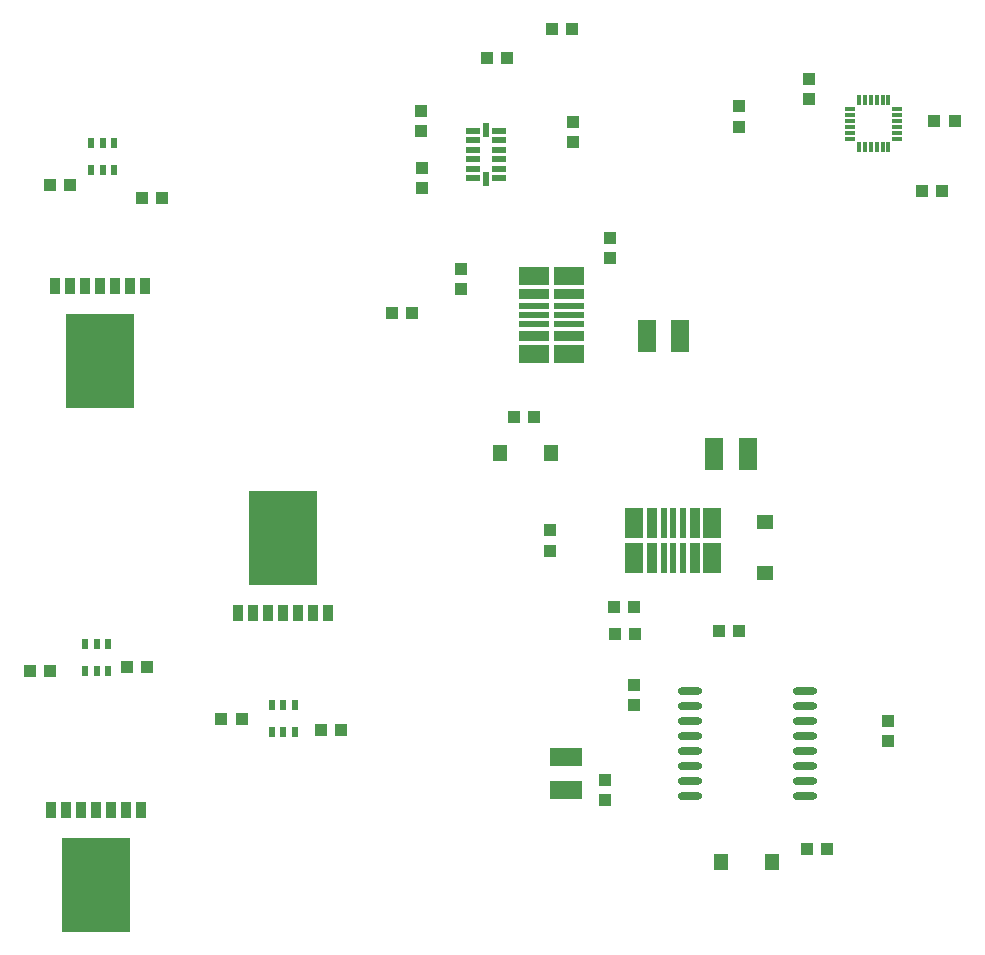
<source format=gtp>
%FSLAX44Y44*%
%MOMM*%
G71*
G01*
G75*
G04 Layer_Color=8421504*
%ADD10R,5.8166X8.0010*%
%ADD11R,0.8128X1.4224*%
%ADD12R,1.1176X1.0160*%
%ADD13R,1.0160X1.1176*%
%ADD14R,0.5080X1.2192*%
%ADD15R,1.2192X0.5080*%
%ADD16R,1.2700X1.4732*%
%ADD17R,2.5500X1.5500*%
%ADD18R,2.5500X0.9500*%
%ADD19R,2.5500X0.5500*%
%ADD20R,0.6096X0.9144*%
%ADD21R,1.6002X2.7178*%
%ADD22R,1.4732X1.2700*%
%ADD23O,2.0500X0.7000*%
%ADD24R,1.5500X2.5500*%
%ADD25R,0.9500X2.5500*%
%ADD26R,0.5500X2.5500*%
%ADD27R,2.7178X1.6002*%
%ADD28R,0.8128X0.3048*%
%ADD29R,0.3048X0.8128*%
%ADD30C,0.1524*%
%ADD31C,0.8000*%
%ADD32C,0.2540*%
%ADD33C,0.1540*%
%ADD34R,1.0080X1.0080*%
%ADD35C,1.5000*%
%ADD36C,1.5240*%
%ADD37C,0.5000*%
%ADD38C,6.3500*%
%ADD39P,1.3205X8X112.5*%
%ADD40R,1.2200X1.2200*%
%ADD41P,1.3205X8X22.5*%
%ADD42R,1.2200X1.2200*%
%ADD43C,1.2700*%
%ADD44C,1.0160*%
%ADD45C,1.9160*%
G04:AMPARAMS|DCode=46|XSize=2.424mm|YSize=2.424mm|CornerRadius=0mm|HoleSize=0mm|Usage=FLASHONLY|Rotation=0.000|XOffset=0mm|YOffset=0mm|HoleType=Round|Shape=Relief|Width=0.254mm|Gap=0.254mm|Entries=4|*
%AMTHD46*
7,0,0,2.4240,1.9160,0.2540,45*
%
%ADD46THD46*%
%ADD47C,1.7780*%
G04:AMPARAMS|DCode=48|XSize=2.286mm|YSize=2.286mm|CornerRadius=0mm|HoleSize=0mm|Usage=FLASHONLY|Rotation=0.000|XOffset=0mm|YOffset=0mm|HoleType=Round|Shape=Relief|Width=0.254mm|Gap=0.254mm|Entries=4|*
%AMTHD48*
7,0,0,2.2860,1.7780,0.2540,45*
%
%ADD48THD48*%
%ADD49C,1.5160*%
G04:AMPARAMS|DCode=50|XSize=4.699mm|YSize=4.699mm|CornerRadius=0mm|HoleSize=0mm|Usage=FLASHONLY|Rotation=0.000|XOffset=0mm|YOffset=0mm|HoleType=Round|Shape=Relief|Width=0.254mm|Gap=0.254mm|Entries=4|*
%AMTHD50*
7,0,0,4.6990,4.1910,0.2540,45*
%
%ADD50THD50*%
G04:AMPARAMS|DCode=51|XSize=4.724mm|YSize=4.724mm|CornerRadius=0mm|HoleSize=0mm|Usage=FLASHONLY|Rotation=0.000|XOffset=0mm|YOffset=0mm|HoleType=Round|Shape=Relief|Width=0.254mm|Gap=0.254mm|Entries=4|*
%AMTHD51*
7,0,0,4.7240,4.2160,0.2540,45*
%
%ADD51THD51*%
%ADD52C,1.8160*%
%ADD53C,1.7272*%
G04:AMPARAMS|DCode=54|XSize=2.2352mm|YSize=2.2352mm|CornerRadius=0mm|HoleSize=0mm|Usage=FLASHONLY|Rotation=0.000|XOffset=0mm|YOffset=0mm|HoleType=Round|Shape=Relief|Width=0.254mm|Gap=0.254mm|Entries=4|*
%AMTHD54*
7,0,0,2.2352,1.7272,0.2540,45*
%
%ADD54THD54*%
D10*
X13028Y-861852D02*
D03*
X171310Y-568270D02*
D03*
X16402Y-418250D02*
D03*
D11*
X-25072Y-798352D02*
D03*
X-12372D02*
D03*
X328D02*
D03*
X13028D02*
D03*
X25728D02*
D03*
X38428D02*
D03*
X51128D02*
D03*
X209410Y-631770D02*
D03*
X196710D02*
D03*
X184010D02*
D03*
X171310D02*
D03*
X158610D02*
D03*
X145910D02*
D03*
X133210D02*
D03*
X-21698Y-354750D02*
D03*
X-8998D02*
D03*
X3702D02*
D03*
X16402D02*
D03*
X29102D02*
D03*
X41802D02*
D03*
X54502D02*
D03*
D12*
X728980Y-274574D02*
D03*
X711844D02*
D03*
X383794Y-465836D02*
D03*
X366658D02*
D03*
X360680Y-161798D02*
D03*
X343544D02*
D03*
X415798Y-136906D02*
D03*
X398662D02*
D03*
X540004Y-646430D02*
D03*
X557140D02*
D03*
X468122Y-626110D02*
D03*
X450986D02*
D03*
X468884Y-649478D02*
D03*
X451748D02*
D03*
X68580Y-280162D02*
D03*
X51444D02*
D03*
X-26670Y-269494D02*
D03*
X-9534D02*
D03*
X55880Y-677418D02*
D03*
X38744D02*
D03*
X-43180Y-680974D02*
D03*
X-26044D02*
D03*
X220082Y-730504D02*
D03*
X202946D02*
D03*
X118872Y-721360D02*
D03*
X136008D02*
D03*
X631444Y-831342D02*
D03*
X614308D02*
D03*
X280162Y-377952D02*
D03*
X263026D02*
D03*
X739648Y-215138D02*
D03*
X722512D02*
D03*
D13*
X416814Y-232918D02*
D03*
Y-215782D02*
D03*
X288036Y-223520D02*
D03*
Y-206384D02*
D03*
X288544Y-254508D02*
D03*
Y-271644D02*
D03*
X443992Y-772668D02*
D03*
Y-789804D02*
D03*
X396748Y-561594D02*
D03*
Y-578730D02*
D03*
X321310Y-357632D02*
D03*
Y-340496D02*
D03*
X448056Y-314198D02*
D03*
Y-331334D02*
D03*
X468122Y-692150D02*
D03*
Y-709286D02*
D03*
X683260Y-722884D02*
D03*
Y-740020D02*
D03*
X557022Y-202692D02*
D03*
Y-219828D02*
D03*
X616204Y-179578D02*
D03*
Y-196714D02*
D03*
D14*
X342646Y-264414D02*
D03*
Y-222332D02*
D03*
D15*
X353646Y-263414D02*
D03*
Y-255414D02*
D03*
Y-247414D02*
D03*
Y-239350D02*
D03*
Y-231222D02*
D03*
Y-223348D02*
D03*
X331470D02*
D03*
Y-231222D02*
D03*
Y-239350D02*
D03*
Y-247414D02*
D03*
Y-255414D02*
D03*
Y-263414D02*
D03*
D16*
X354838Y-496316D02*
D03*
X397928D02*
D03*
X585216Y-842772D02*
D03*
X542126D02*
D03*
D17*
X383526Y-412222D02*
D03*
X413526Y-346222D02*
D03*
Y-412222D02*
D03*
X383526Y-346222D02*
D03*
D18*
Y-361222D02*
D03*
Y-397222D02*
D03*
X413526D02*
D03*
Y-361222D02*
D03*
D19*
X383526Y-371222D02*
D03*
Y-379222D02*
D03*
Y-387222D02*
D03*
X413526Y-371222D02*
D03*
Y-379222D02*
D03*
Y-387222D02*
D03*
D20*
X161810Y-709286D02*
D03*
X171310D02*
D03*
X180962D02*
D03*
Y-732470D02*
D03*
X171310D02*
D03*
X161810D02*
D03*
X22668Y-680936D02*
D03*
X13168D02*
D03*
X3516D02*
D03*
Y-657752D02*
D03*
X13168D02*
D03*
X22668D02*
D03*
X27802Y-256434D02*
D03*
X18302D02*
D03*
X8650D02*
D03*
Y-233250D02*
D03*
X18302D02*
D03*
X27802D02*
D03*
D21*
X507014Y-396748D02*
D03*
X478790D02*
D03*
X536194Y-496824D02*
D03*
X564418D02*
D03*
D22*
X578866Y-597916D02*
D03*
Y-554826D02*
D03*
D23*
X612634Y-786384D02*
D03*
Y-773684D02*
D03*
Y-760984D02*
D03*
Y-748284D02*
D03*
Y-735584D02*
D03*
Y-722884D02*
D03*
Y-710184D02*
D03*
Y-697484D02*
D03*
X515634Y-786384D02*
D03*
Y-773684D02*
D03*
Y-760984D02*
D03*
Y-748284D02*
D03*
Y-735584D02*
D03*
Y-722884D02*
D03*
Y-710184D02*
D03*
Y-697484D02*
D03*
D24*
X534556Y-585244D02*
D03*
X468556Y-555244D02*
D03*
X534556D02*
D03*
X468556Y-585244D02*
D03*
D25*
X483556D02*
D03*
X519556D02*
D03*
Y-555244D02*
D03*
X483556D02*
D03*
D26*
X493556Y-585244D02*
D03*
X501556D02*
D03*
X509556D02*
D03*
X493556Y-555244D02*
D03*
X501556D02*
D03*
X509556D02*
D03*
D27*
X410972Y-781558D02*
D03*
Y-753334D02*
D03*
D28*
X651002Y-229924D02*
D03*
Y-224924D02*
D03*
Y-219924D02*
D03*
Y-214884D02*
D03*
Y-209804D02*
D03*
Y-204724D02*
D03*
X691068D02*
D03*
Y-209804D02*
D03*
Y-214884D02*
D03*
Y-219924D02*
D03*
Y-224924D02*
D03*
Y-229924D02*
D03*
D29*
X658368Y-197358D02*
D03*
X663448D02*
D03*
X668528D02*
D03*
X673568D02*
D03*
X678568D02*
D03*
X683568D02*
D03*
Y-237424D02*
D03*
X678568D02*
D03*
X673568D02*
D03*
X668528D02*
D03*
X663448D02*
D03*
X658368D02*
D03*
D30*
X508944Y-218622D02*
D03*
X514604D02*
D03*
X520264D02*
D03*
X511774Y-221452D02*
D03*
X517434D02*
D03*
X508944Y-224282D02*
D03*
X520264D02*
D03*
X511774Y-227112D02*
D03*
X517434D02*
D03*
X508944Y-229942D02*
D03*
X514604D02*
D03*
X520264D02*
D03*
M02*

</source>
